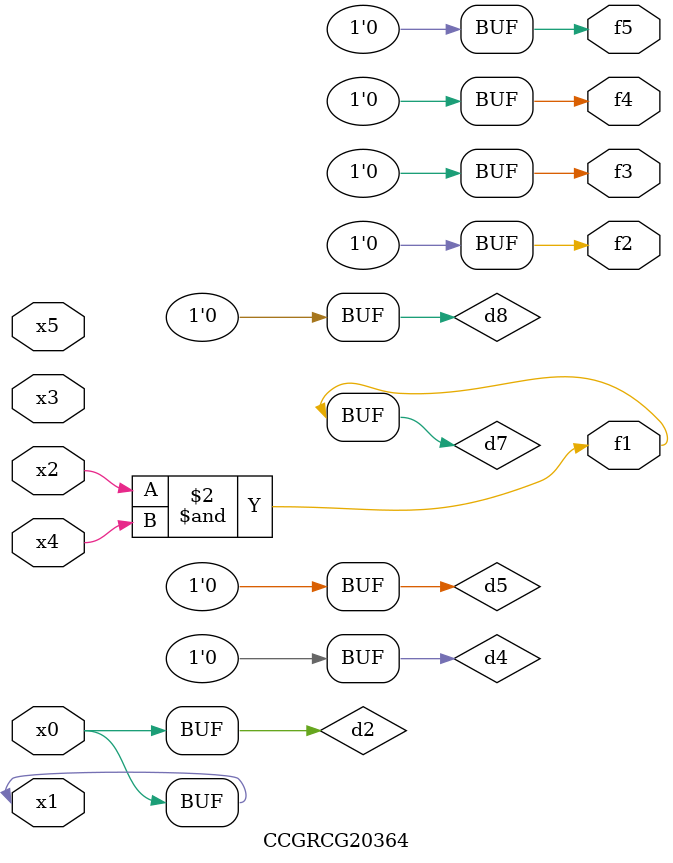
<source format=v>
module CCGRCG20364(
	input x0, x1, x2, x3, x4, x5,
	output f1, f2, f3, f4, f5
);

	wire d1, d2, d3, d4, d5, d6, d7, d8, d9;

	nand (d1, x1);
	buf (d2, x0, x1);
	nand (d3, x2, x4);
	and (d4, d1, d2);
	and (d5, d1, d2);
	nand (d6, d1, d3);
	not (d7, d3);
	xor (d8, d5);
	nor (d9, d5, d6);
	assign f1 = d7;
	assign f2 = d8;
	assign f3 = d8;
	assign f4 = d8;
	assign f5 = d8;
endmodule

</source>
